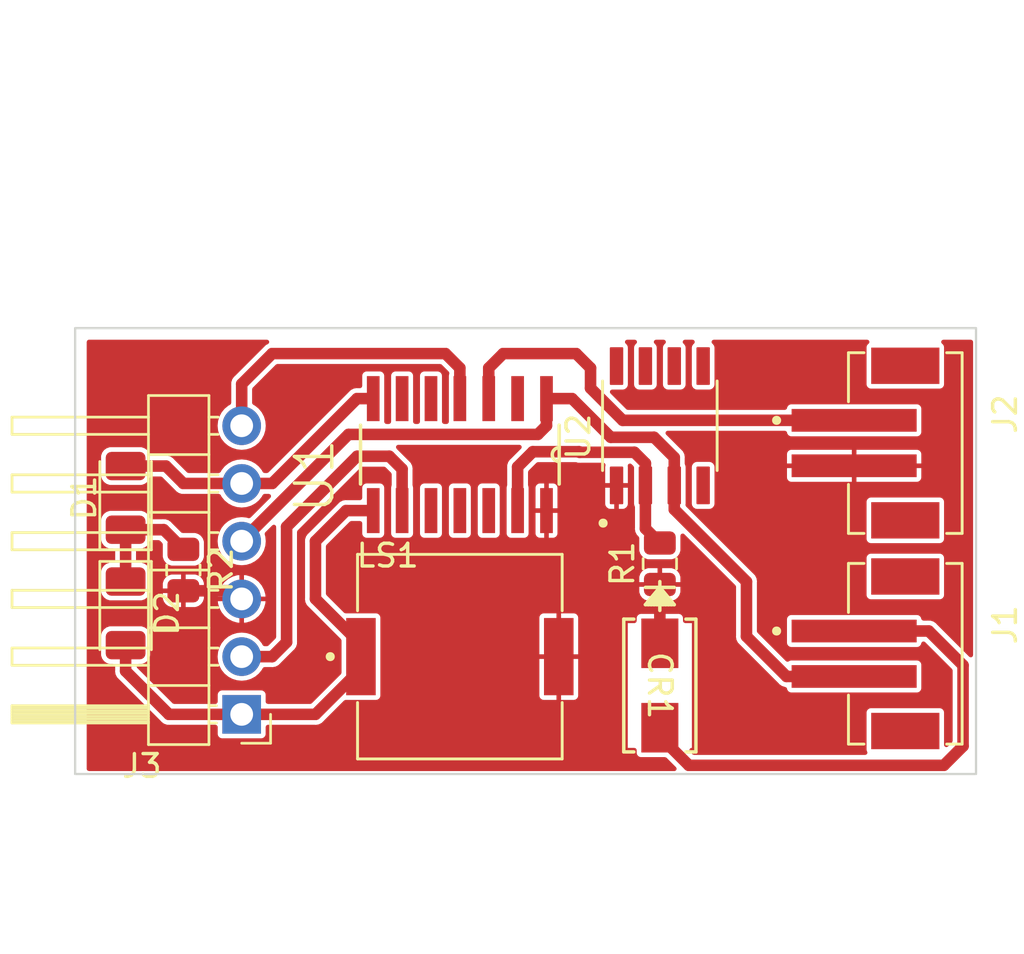
<source format=kicad_pcb>
(kicad_pcb (version 20221018) (generator pcbnew)
  (layers (0 "F.Cu" signal) (31 "B.Cu" signal) (34 "B.Paste" user) (35 "F.Paste" user) (36 "B.SilkS" user "B.Silkscreen") (37 "F.SilkS" user "F.Silkscreen") (38 "B.Mask" user) (39 "F.Mask" user) (44 "Edge.Cuts" user))
  (net 0 "")
  (net 1 "GND")
  (net 2 "/VCC")
  (net 3 "/M1")
  (net 4 "/MISO")
  (net 5 "/SCK")
  (net 6 "/MOSI")
  (net 7 "/RST")
  (net 9 "/LED1")
  (net 10 "/LED2")
  (net 14 "/AMB")
  (net 15 "Net-(CR1-Pad2)")
  (net 16 "Net-(D1-K)")
  (footprint "LED_SMD:LED_1206_3216Metric" (layer "F.Cu") (at 143.2 93.84 90)
    (fp_text reference "D1" (at 0 -1.82 90) (layer "F.SilkS"))
    (fp_text value "LED")
    (fp_line (start -2.285 -1.135) (end -2.285 1.135) (stroke (width 0.12)) (layer "F.SilkS"))
    (fp_line (start -2.285 1.135) (end 1.6 1.135) (stroke (width 0.12)) (layer "F.SilkS"))
    (fp_line (start 1.6 -1.135) (end -2.285 -1.135) (stroke (width 0.12)) (layer "F.SilkS"))
    (pad "1" smd roundrect (at -1.4 0 90) (size 1.25 1.75) (layers "F.Cu" "F.Paste" "F.Mask") (roundrect_rratio 0.2) (net 16 "Net-(D1-K)"))
    (pad "2" smd roundrect (at 1.4 0 90) (size 1.25 1.75) (layers "F.Cu" "F.Paste" "F.Mask") (roundrect_rratio 0.2) (net 6 "/MOSI"))
  )
  (footprint "Library:SOIC127P599X175-8N" (layer "F.Cu") (at 166.695 90.665 90)
    (fp_text reference "U2" (at -0.48 -3.582 90) (layer "F.SilkS"))
    (fp_text value "MLX75305KXD-AAA-000-RE")
    (fp_line (start -1.97 -2.52) (end 1.97 -2.52) (stroke (width 0.127)) (layer "F.SilkS"))
    (fp_line (start -1.97 2.52) (end 1.97 2.52) (stroke (width 0.127)) (layer "F.SilkS"))
    (fp_circle (center -4.285 -2.495) (end -4.185 -2.495) (stroke (width 0.2)) (fill none) (layer "F.SilkS"))
    (pad "1" smd roundrect (at -2.625 -1.905 90) (size 1.66 0.59) (layers "F.Cu" "F.Paste" "F.Mask") (roundrect_rratio 0.07) (net 1 "GND"))
    (pad "2" smd roundrect (at -2.625 -0.635 90) (size 1.66 0.59) (layers "F.Cu" "F.Paste" "F.Mask") (roundrect_rratio 0.07) (net 14 "/AMB"))
    (pad "3" smd roundrect (at -2.625 0.635 90) (size 1.66 0.59) (layers "F.Cu" "F.Paste" "F.Mask") (roundrect_rratio 0.07) (net 2 "/VCC"))
    (pad "4" smd roundrect (at -2.625 1.905 90) (size 1.66 0.59) (layers "F.Cu" "F.Paste" "F.Mask") (roundrect_rratio 0.07))
    (pad "5" smd roundrect (at 2.625 1.905 90) (size 1.66 0.59) (layers "F.Cu" "F.Paste" "F.Mask") (roundrect_rratio 0.07))
    (pad "6" smd roundrect (at 2.625 0.635 90) (size 1.66 0.59) (layers "F.Cu" "F.Paste" "F.Mask") (roundrect_rratio 0.07))
    (pad "7" smd roundrect (at 2.625 -0.635 90) (size 1.66 0.59) (layers "F.Cu" "F.Paste" "F.Mask") (roundrect_rratio 0.07))
    (pad "8" smd roundrect (at 2.625 -1.905 90) (size 1.66 0.59) (layers "F.Cu" "F.Paste" "F.Mask") (roundrect_rratio 0.07))
  )
  (footprint "LED_SMD:LED_1206_3216Metric" (layer "F.Cu") (at 143.2 98.92 -90)
    (fp_text reference "D2" (at 0 -1.82 90) (layer "F.SilkS"))
    (fp_text value "LED")
    (fp_line (start -2.285 -1.135) (end -2.285 1.135) (stroke (width 0.12)) (layer "F.SilkS"))
    (fp_line (start -2.285 1.135) (end 1.6 1.135) (stroke (width 0.12)) (layer "F.SilkS"))
    (fp_line (start 1.6 -1.135) (end -2.285 -1.135) (stroke (width 0.12)) (layer "F.SilkS"))
    (pad "1" smd roundrect (at -1.4 0 270) (size 1.25 1.75) (layers "F.Cu" "F.Paste" "F.Mask") (roundrect_rratio 0.2) (net 16 "Net-(D1-K)"))
    (pad "2" smd roundrect (at 1.4 0 270) (size 1.25 1.75) (layers "F.Cu" "F.Paste" "F.Mask") (roundrect_rratio 0.2) (net 4 "/MISO"))
  )
  (footprint "Connector_PinHeader_2.54mm:PinHeader_1x06_P2.54mm_Horizontal" (layer "F.Cu") (at 148.305 103.365 180)
    (fp_text reference "J3" (at 4.385 -2.27) (layer "F.SilkS"))
    (fp_text value "Conn_01x06_Pin")
    (fp_line (start -1.27 -1.27) (end 0 -1.27) (stroke (width 0.12)) (layer "F.SilkS"))
    (fp_line (start -1.27 0) (end -1.27 -1.27) (stroke (width 0.12)) (layer "F.SilkS"))
    (fp_line (start 1.042929 2.16) (end 1.44 2.16) (stroke (width 0.12)) (layer "F.SilkS"))
    (fp_line (start 1.042929 2.92) (end 1.44 2.92) (stroke (width 0.12)) (layer "F.SilkS"))
    (fp_line (start 1.042929 4.7) (end 1.44 4.7) (stroke (width 0.12)) (layer "F.SilkS"))
    (fp_line (start 1.042929 5.46) (end 1.44 5.46) (stroke (width 0.12)) (layer "F.SilkS"))
    (fp_line (start 1.042929 7.24) (end 1.44 7.24) (stroke (width 0.12)) (layer "F.SilkS"))
    (fp_line (start 1.042929 8) (end 1.44 8) (stroke (width 0.12)) (layer "F.SilkS"))
    (fp_line (start 1.042929 9.78) (end 1.44 9.78) (stroke (width 0.12)) (layer "F.SilkS"))
    (fp_line (start 1.042929 10.54) (end 1.44 10.54) (stroke (width 0.12)) (layer "F.SilkS"))
    (fp_line (start 1.042929 12.32) (end 1.44 12.32) (stroke (width 0.12)) (layer "F.SilkS"))
    (fp_line (start 1.042929 13.08) (end 1.44 13.08) (stroke (width 0.12)) (layer "F.SilkS"))
    (fp_line (start 1.11 -0.38) (end 1.44 -0.38) (stroke (width 0.12)) (layer "F.SilkS"))
    (fp_line (start 1.11 0.38) (end 1.44 0.38) (stroke (width 0.12)) (layer "F.SilkS"))
    (fp_line (start 1.44 -1.33) (end 1.44 14.03) (stroke (width 0.12)) (layer "F.SilkS"))
    (fp_line (start 1.44 1.27) (end 4.1 1.27) (stroke (width 0.12)) (layer "F.SilkS"))
    (fp_line (start 1.44 3.81) (end 4.1 3.81) (stroke (width 0.12)) (layer "F.SilkS"))
    (fp_line (start 1.44 6.35) (end 4.1 6.35) (stroke (width 0.12)) (layer "F.SilkS"))
    (fp_line (start 1.44 8.89) (end 4.1 8.89) (stroke (width 0.12)) (layer "F.SilkS"))
    (fp_line (start 1.44 11.43) (end 4.1 11.43) (stroke (width 0.12)) (layer "F.SilkS"))
    (fp_line (start 1.44 14.03) (end 4.1 14.03) (stroke (width 0.12)) (layer "F.SilkS"))
    (fp_line (start 4.1 -1.33) (end 1.44 -1.33) (stroke (width 0.12)) (layer "F.SilkS"))
    (fp_line (start 4.1 -0.38) (end 10.1 -0.38) (stroke (width 0.12)) (layer "F.SilkS"))
    (fp_line (start 4.1 -0.32) (end 10.1 -0.32) (stroke (width 0.12)) (layer "F.SilkS"))
    (fp_line (start 4.1 -0.2) (end 10.1 -0.2) (stroke (width 0.12)) (layer "F.SilkS"))
    (fp_line (start 4.1 -0.08) (end 10.1 -0.08) (stroke (width 0.12)) (layer "F.SilkS"))
    (fp_line (start 4.1 0.04) (end 10.1 0.04) (stroke (width 0.12)) (layer "F.SilkS"))
    (fp_line (start 4.1 0.16) (end 10.1 0.16) (stroke (width 0.12)) (layer "F.SilkS"))
    (fp_line (start 4.1 0.28) (end 10.1 0.28) (stroke (width 0.12)) (layer "F.SilkS"))
    (fp_line (start 4.1 2.16) (end 10.1 2.16) (stroke (width 0.12)) (layer "F.SilkS"))
    (fp_line (start 4.1 4.7) (end 10.1 4.7) (stroke (width 0.12)) (layer "F.SilkS"))
    (fp_line (start 4.1 7.24) (end 10.1 7.24) (stroke (width 0.12)) (layer "F.SilkS"))
    (fp_line (start 4.1 9.78) (end 10.1 9.78) (stroke (width 0.12)) (layer "F.SilkS"))
    (fp_line (start 4.1 12.32) (end 10.1 12.32) (stroke (width 0.12)) (layer "F.SilkS"))
    (fp_line (start 4.1 14.03) (end 4.1 -1.33) (stroke (width 0.12)) (layer "F.SilkS"))
    (fp_line (start 10.1 -0.38) (end 10.1 0.38) (stroke (width 0.12)) (layer "F.SilkS"))
    (fp_line (start 10.1 0.38) (end 4.1 0.38) (stroke (width 0.12)) (layer "F.SilkS"))
    (fp_line (start 10.1 2.16) (end 10.1 2.92) (stroke (width 0.12)) (layer "F.SilkS"))
    (fp_line (start 10.1 2.92) (end 4.1 2.92) (stroke (width 0.12)) (layer "F.SilkS"))
    (fp_line (start 10.1 4.7) (end 10.1 5.46) (stroke (width 0.12)) (layer "F.SilkS"))
    (fp_line (start 10.1 5.46) (end 4.1 5.46) (stroke (width 0.12)) (layer "F.SilkS"))
    (fp_line (start 10.1 7.24) (end 10.1 8) (stroke (width 0.12)) (layer "F.SilkS"))
    (fp_line (start 10.1 8) (end 4.1 8) (stroke (width 0.12)) (layer "F.SilkS"))
    (fp_line (start 10.1 9.78) (end 10.1 10.54) (stroke (width 0.12)) (layer "F.SilkS"))
    (fp_line (start 10.1 10.54) (end 4.1 10.54) (stroke (width 0.12)) (layer "F.SilkS"))
    (fp_line (start 10.1 12.32) (end 10.1 13.08) (stroke (width 0.12)) (layer "F.SilkS"))
    (fp_line (start 10.1 13.08) (end 4.1 13.08) (stroke (width 0.12)) (layer "F.SilkS"))
    (pad "1" thru_hole rect (at 0 0 180) (size 1.7 1.7) (drill 1) (layers "*.Cu" "*.Mask") (net 4 "/MISO"))
    (pad "2" thru_hole oval (at 0 2.54 180) (size 1.7 1.7) (drill 1) (layers "*.Cu" "*.Mask") (net 5 "/SCK"))
    (pad "3" thru_hole oval (at 0 5.08 180) (size 1.7 1.7) (drill 1) (layers "*.Cu" "*.Mask") (net 1 "GND"))
    (pad "4" thru_hole oval (at 0 7.62 180) (size 1.7 1.7) (drill 1) (layers "*.Cu" "*.Mask") (net 2 "/VCC"))
    (pad "5" thru_hole oval (at 0 10.16 180) (size 1.7 1.7) (drill 1) (layers "*.Cu" "*.Mask") (net 6 "/MOSI"))
    (pad "6" thru_hole oval (at 0 12.7 180) (size 1.7 1.7) (drill 1) (layers "*.Cu" "*.Mask") (net 7 "/RST"))
  )
  (footprint "Library:JST_B2B-PH-SM4-TB" (layer "F.Cu") (at 177.49 100.698 -90)
    (fp_text reference "J1" (at -1.275 -4.385 90) (layer "F.SilkS"))
    (fp_text value "B2B-PH-SM4-TB")
    (fp_line (start -3.975 -2.5) (end 3.975 -2.5) (stroke (width 0.127)) (layer "F.SilkS"))
    (fp_line (start -3.975 -1.82) (end -3.975 -2.5) (stroke (width 0.127)) (layer "F.SilkS"))
    (fp_line (start -3.975 2.5) (end -3.975 1.82) (stroke (width 0.127)) (layer "F.SilkS"))
    (fp_line (start -1.82 2.5) (end -3.975 2.5) (stroke (width 0.127)) (layer "F.SilkS"))
    (fp_line (start 3.975 -2.5) (end 3.975 -1.82) (stroke (width 0.127)) (layer "F.SilkS"))
    (fp_line (start 3.975 2.5) (end 1.82 2.5) (stroke (width 0.127)) (layer "F.SilkS"))
    (fp_line (start 3.975 2.5) (end 3.975 1.82) (stroke (width 0.127)) (layer "F.SilkS"))
    (fp_circle (center -1 5.66) (end -0.9 5.66) (stroke (width 0.2)) (fill none) (layer "F.SilkS"))
    (pad "1" smd rect (at -1 2.25 270) (size 1 5.5) (layers "F.Cu" "F.Paste" "F.Mask") (net 15 "Net-(CR1-Pad2)"))
    (pad "2" smd rect (at 1 2.25 270) (size 1 5.5) (layers "F.Cu" "F.Paste" "F.Mask") (net 2 "/VCC"))
    (pad "S1" smd rect (at -3.4 0 270) (size 1.6 3) (layers "F.Cu" "F.Paste" "F.Mask"))
    (pad "S2" smd rect (at 3.4 0 270) (size 1.6 3) (layers "F.Cu" "F.Paste" "F.Mask"))
  )
  (footprint "Library:SOIC127P600X175-14N" (layer "F.Cu") (at 157.9 91.935 -90)
    (fp_text reference "U1" (at 0.941555 6.387375 90) (layer "F.SilkS") (effects (font (size 1.643079 1.643079))))
    (fp_text value "ATTINY84A-SSUR")
    (fp_line (start -1.2954 4.3688) (end 1.2954 4.3688) (stroke (width 0.1524)) (layer "F.SilkS"))
    (fp_line (start -0.3048 -4.3688) (end -1.2954 -4.3688) (stroke (width 0.1524)) (layer "F.SilkS"))
    (fp_line (start 0.3048 -4.3688) (end -0.3048 -4.3688) (stroke (width 0.1524)) (layer "F.SilkS"))
    (fp_line (start 1.2954 -4.3688) (end 0.3048 -4.3688) (stroke (width 0.1524)) (layer "F.SilkS"))
    (fp_arc (start 0.3048 -4.3688) (mid 0 -4.064) (end -0.3048 -4.3688) (stroke (width 0.1524)) (layer "F.SilkS"))
    (pad "1" smd rect (at -2.4638 -3.81 270) (size 1.9812 0.5588) (layers "F.Cu" "F.Paste" "F.Mask") (net 2 "/VCC"))
    (pad "2" smd rect (at -2.4638 -2.54 270) (size 1.9812 0.5588) (layers "F.Cu" "F.Paste" "F.Mask"))
    (pad "3" smd rect (at -2.4638 -1.27 270) (size 1.9812 0.5588) (layers "F.Cu" "F.Paste" "F.Mask") (net 3 "/M1"))
    (pad "4" smd rect (at -2.4638 0 270) (size 1.9812 0.5588) (layers "F.Cu" "F.Paste" "F.Mask") (net 7 "/RST"))
    (pad "5" smd rect (at -2.4638 1.27 270) (size 1.9812 0.5588) (layers "F.Cu" "F.Paste" "F.Mask") (net 9 "/LED1"))
    (pad "6" smd rect (at -2.4638 2.54 270) (size 1.9812 0.5588) (layers "F.Cu" "F.Paste" "F.Mask") (net 10 "/LED2"))
    (pad "7" smd rect (at -2.4638 3.81 270) (size 1.9812 0.5588) (layers "F.Cu" "F.Paste" "F.Mask") (net 6 "/MOSI"))
    (pad "8" smd rect (at 2.4638 3.81 270) (size 1.9812 0.5588) (layers "F.Cu" "F.Paste" "F.Mask") (net 4 "/MISO"))
    (pad "9" smd rect (at 2.4638 2.54 270) (size 1.9812 0.5588) (layers "F.Cu" "F.Paste" "F.Mask") (net 5 "/SCK"))
    (pad "10" smd rect (at 2.4638 1.27 270) (size 1.9812 0.5588) (layers "F.Cu" "F.Paste" "F.Mask"))
    (pad "11" smd rect (at 2.4638 0 270) (size 1.9812 0.5588) (layers "F.Cu" "F.Paste" "F.Mask"))
    (pad "12" smd rect (at 2.4638 -1.27 270) (size 1.9812 0.5588) (layers "F.Cu" "F.Paste" "F.Mask"))
    (pad "13" smd rect (at 2.4638 -2.54 270) (size 1.9812 0.5588) (layers "F.Cu" "F.Paste" "F.Mask") (net 14 "/AMB"))
    (pad "14" smd rect (at 2.4638 -3.81 270) (size 1.9812 0.5588) (layers "F.Cu" "F.Paste" "F.Mask") (net 1 "GND"))
  )
  (footprint "Resistor_SMD:R_0805_2012Metric" (layer "F.Cu") (at 145.74 97.015 -90)
    (fp_text reference "R2" (at 0 -1.65 90) (layer "F.SilkS"))
    (fp_text value "R")
    (fp_line (start -0.227064 -0.735) (end 0.227064 -0.735) (stroke (width 0.12)) (layer "F.SilkS"))
    (fp_line (start -0.227064 0.735) (end 0.227064 0.735) (stroke (width 0.12)) (layer "F.SilkS"))
    (pad "1" smd roundrect (at -0.9125 0 270) (size 1.025 1.4) (layers "F.Cu" "F.Paste" "F.Mask") (roundrect_rratio 0.243902) (net 16 "Net-(D1-K)"))
    (pad "2" smd roundrect (at 0.9125 0 270) (size 1.025 1.4) (layers "F.Cu" "F.Paste" "F.Mask") (roundrect_rratio 0.243902) (net 1 "GND"))
  )
  (footprint "Library:SPKR_PKMCS0909E4000-R1" (layer "F.Cu") (at 157.9 100.825)
    (fp_text reference "LS1" (at -3.175 -4.445) (layer "F.SilkS"))
    (fp_text value "PKMCS0909E4000-R1")
    (fp_line (start -4.5 -4.5) (end 4.5 -4.5) (stroke (width 0.127)) (layer "F.SilkS"))
    (fp_line (start -4.5 -2.02) (end -4.5 -4.5) (stroke (width 0.127)) (layer "F.SilkS"))
    (fp_line (start -4.5 4.5) (end -4.5 2.02) (stroke (width 0.127)) (layer "F.SilkS"))
    (fp_line (start 4.5 -4.5) (end 4.5 -2.02) (stroke (width 0.127)) (layer "F.SilkS"))
    (fp_line (start 4.5 2.02) (end 4.5 4.5) (stroke (width 0.127)) (layer "F.SilkS"))
    (fp_line (start 4.5 4.5) (end -4.5 4.5) (stroke (width 0.127)) (layer "F.SilkS"))
    (fp_circle (center -5.7 0) (end -5.6 0) (stroke (width 0.2)) (fill none) (layer "F.SilkS"))
    (pad "1" smd rect (at -4.35 0) (size 1.3 3.4) (layers "F.Cu" "F.Paste" "F.Mask") (net 4 "/MISO"))
    (pad "2" smd rect (at 4.35 0) (size 1.3 3.4) (layers "F.Cu" "F.Paste" "F.Mask") (net 1 "GND"))
  )
  (footprint "Library:SMA_DIO" (layer "F.Cu") (at 166.695 102.095 -90)
    (fp_text reference "CR1" (at 0 0 -90 unlocked) (layer "F.SilkS"))
    (fp_text value "S1A-13-F")
    (fp_line (start -4.319001 -0.635) (end -4.319001 0.635) (stroke (width 0.1524)) (layer "F.SilkS"))
    (fp_line (start -4.319001 0) (end -3.557001 -0.635) (stroke (width 0.1524)) (layer "F.SilkS"))
    (fp_line (start -4.319001 0) (end -3.557001 -0.508) (stroke (width 0.1524)) (layer "F.SilkS"))
    (fp_line (start -4.319001 0) (end -3.557001 -0.381) (stroke (width 0.1524)) (layer "F.SilkS"))
    (fp_line (start -4.319001 0) (end -3.557001 -0.254) (stroke (width 0.1524)) (layer "F.SilkS"))
    (fp_line (start -4.319001 0) (end -3.557001 -0.127) (stroke (width 0.1524)) (layer "F.SilkS"))
    (fp_line (start -4.319001 0) (end -3.557001 0.127) (stroke (width 0.1524)) (layer "F.SilkS"))
    (fp_line (start -4.319001 0) (end -3.557001 0.254) (stroke (width 0.1524)) (layer "F.SilkS"))
    (fp_line (start -4.319001 0) (end -3.557001 0.381) (stroke (width 0.1524)) (layer "F.SilkS"))
    (fp_line (start -4.319001 0) (end -3.557001 0.508) (stroke (width 0.1524)) (layer "F.SilkS"))
    (fp_line (start -4.319001 0) (end -3.557001 0.635) (stroke (width 0.1524)) (layer "F.SilkS"))
    (fp_line (start -3.557001 -0.635) (end -3.557001 0.635) (stroke (width 0.1524)) (layer "F.SilkS"))
    (fp_line (start -3.303001 0) (end -4.573001 0) (stroke (width 0.1524)) (layer "F.SilkS"))
    (fp_line (start -2.922001 -1.587) (end -2.922001 -1.14774) (stroke (width 0.1524)) (layer "F.SilkS"))
    (fp_line (start -2.922001 1.14774) (end -2.922001 1.587) (stroke (width 0.1524)) (layer "F.SilkS"))
    (fp_line (start -2.922001 1.587) (end 2.922001 1.587) (stroke (width 0.1524)) (layer "F.SilkS"))
    (fp_line (start 2.922001 -1.587) (end -2.922001 -1.587) (stroke (width 0.1524)) (layer "F.SilkS"))
    (fp_line (start 2.922001 -1.14774) (end 2.922001 -1.587) (stroke (width 0.1524)) (layer "F.SilkS"))
    (fp_line (start 2.922001 1.587) (end 2.922001 1.14774) (stroke (width 0.1524)) (layer "F.SilkS"))
    (pad "1" smd rect (at -1.8572 0) (size 1.63 2.1804) (layers "F.Cu" "F.Paste" "F.Mask") (net 1 "GND"))
    (pad "2" smd rect (at 1.8572 0) (size 1.63 2.1804) (layers "F.Cu" "F.Paste" "F.Mask") (net 15 "Net-(CR1-Pad2)"))
    (zone (net 0) (net_name "") (layer "F.Cu") (connect_pads (clearance 0)) (min_thickness 0.254)
      (keepout (tracks not_allowed) (vias not_allowed) (pads allowed) (copperpour not_allowed) (footprints allowed))
      (fill (thermal_gap 0.508) (thermal_bridge_width 0.508))
      (polygon (pts (xy 165.8292 99.3508) (xy 165.8292 104.8392) (xy 165.285801 104.8392) (xy 165.285801 99.3508)))
    )
    (zone (net 0) (net_name "") (layer "F.Cu") (connect_pads (clearance 0)) (min_thickness 0.254)
      (keepout (tracks not_allowed) (vias not_allowed) (pads allowed) (copperpour not_allowed) (footprints allowed))
      (fill (thermal_gap 0.508) (thermal_bridge_width 0.508))
      (polygon (pts (xy 167.5608 101.3788) (xy 167.5608 102.8112) (xy 165.8292 102.8112) (xy 165.8292 101.3788)))
    )
    (zone (net 0) (net_name "") (layer "F.Cu") (connect_pads (clearance 0)) (min_thickness 0.254)
      (keepout (tracks not_allowed) (vias not_allowed) (pads allowed) (copperpour not_allowed) (footprints allowed))
      (fill (thermal_gap 0.508) (thermal_bridge_width 0.508))
      (polygon (pts (xy 168.104199 99.3508) (xy 168.104199 104.8392) (xy 167.5608 104.8392) (xy 167.5608 99.3508)))
    )
  )
  (footprint "Library:JST_B2B-PH-SM4-TB" (layer "F.Cu") (at 177.49 91.427 -90)
    (fp_text reference "J2" (at -1.275 -4.385 90) (layer "F.SilkS"))
    (fp_text value "B2B-PH-SM4-TB")
    (fp_line (start -3.975 -2.5) (end 3.975 -2.5) (stroke (width 0.127)) (layer "F.SilkS"))
    (fp_line (start -3.975 -1.82) (end -3.975 -2.5) (stroke (width 0.127)) (layer "F.SilkS"))
    (fp_line (start -3.975 2.5) (end -3.975 1.82) (stroke (width 0.127)) (layer "F.SilkS"))
    (fp_line (start -1.82 2.5) (end -3.975 2.5) (stroke (width 0.127)) (layer "F.SilkS"))
    (fp_line (start 3.975 -2.5) (end 3.975 -1.82) (stroke (width 0.127)) (layer "F.SilkS"))
    (fp_line (start 3.975 2.5) (end 1.82 2.5) (stroke (width 0.127)) (layer "F.SilkS"))
    (fp_line (start 3.975 2.5) (end 3.975 1.82) (stroke (width 0.127)) (layer "F.SilkS"))
    (fp_circle (center -1 5.66) (end -0.9 5.66) (stroke (width 0.2)) (fill none) (layer "F.SilkS"))
    (pad "1" smd rect (at -1 2.25 270) (size 1 5.5) (layers "F.Cu" "F.Paste" "F.Mask") (net 3 "/M1"))
    (pad "2" smd rect (at 1 2.25 270) (size 1 5.5) (layers "F.Cu" "F.Paste" "F.Mask") (net 1 "GND"))
    (pad "S1" smd rect (at -3.4 0 270) (size 1.6 3) (layers "F.Cu" "F.Paste" "F.Mask"))
    (pad "S2" smd rect (at 3.4 0 270) (size 1.6 3) (layers "F.Cu" "F.Paste" "F.Mask"))
  )
  (footprint "Resistor_SMD:R_0805_2012Metric" (layer "F.Cu") (at 166.695 96.7375 90)
    (fp_text reference "R1" (at 0 -1.65 90) (layer "F.SilkS"))
    (fp_text value "R")
    (fp_line (start -0.227064 -0.735) (end 0.227064 -0.735) (stroke (width 0.12)) (layer "F.SilkS"))
    (fp_line (start -0.227064 0.735) (end 0.227064 0.735) (stroke (width 0.12)) (layer "F.SilkS"))
    (pad "1" smd roundrect (at -0.9125 0 90) (size 1.025 1.4) (layers "F.Cu" "F.Paste" "F.Mask") (roundrect_rratio 0.243902) (net 1 "GND"))
    (pad "2" smd roundrect (at 0.9125 0 90) (size 1.025 1.4) (layers "F.Cu" "F.Paste" "F.Mask") (roundrect_rratio 0.243902) (net 14 "/AMB"))
  )
  (gr_rect (start 140.98 86.37) (end 180.6 105.99) (stroke (width 0.1)) (fill none) (layer "Edge.Cuts"))
  (segment (start 145.74 97.9275) (end 147.9475 97.9275) (width 0.508) (layer "F.Cu") (net 1))
  (segment (start 166.695 97.65) (end 166.695 100.2378) (width 0.508) (layer "F.Cu") (net 1))
  (segment (start 147.9475 97.9275) (end 148.305 98.285) (width 0.508) (layer "F.Cu") (net 1))
  (segment (start 167.33 93.29) (end 167.33 94.348) (width 0.508) (layer "F.Cu") (net 2))
  (segment (start 161.329 91.046) (end 161.71 90.665) (width 0.508) (layer "F.Cu") (net 2))
  (segment (start 162.8342 89.4712) (end 164.536 91.173) (width 0.508) (layer "F.Cu") (net 2))
  (segment (start 167.33 92.062) (end 167.33 93.29) (width 0.508) (layer "F.Cu") (net 2))
  (segment (start 164.536 91.173) (end 166.441 91.173) (width 0.508) (layer "F.Cu") (net 2))
  (segment (start 166.441 91.173) (end 167.33 92.062) (width 0.508) (layer "F.Cu") (net 2))
  (segment (start 161.71 89.4712) (end 162.8342 89.4712) (width 0.508) (layer "F.Cu") (net 2))
  (segment (start 161.71 90.665) (end 161.71 89.4712) (width 0.508) (layer "F.Cu") (net 2))
  (segment (start 170.505 99.936) (end 172.267 101.698) (width 0.508) (layer "F.Cu") (net 2))
  (segment (start 153.004 91.046) (end 161.329 91.046) (width 0.508) (layer "F.Cu") (net 2))
  (segment (start 148.305 95.745) (end 153.004 91.046) (width 0.508) (layer "F.Cu") (net 2))
  (segment (start 170.505 97.523) (end 170.505 99.936) (width 0.508) (layer "F.Cu") (net 2))
  (segment (start 167.33 94.348) (end 170.505 97.523) (width 0.508) (layer "F.Cu") (net 2))
  (segment (start 172.267 101.698) (end 175.24 101.698) (width 0.508) (layer "F.Cu") (net 2))
  (segment (start 165.06 90.427) (end 175.24 90.427) (width 0.508) (layer "F.Cu") (net 3))
  (segment (start 163.647 88.125) (end 163.647 89.014) (width 0.508) (layer "F.Cu") (net 3))
  (segment (start 159.17 89.4712) (end 159.17 88.125) (width 0.508) (layer "F.Cu") (net 3))
  (segment (start 163.012 87.49) (end 163.647 88.125) (width 0.508) (layer "F.Cu") (net 3))
  (segment (start 159.805 87.49) (end 163.012 87.49) (width 0.508) (layer "F.Cu") (net 3))
  (segment (start 163.647 89.014) (end 165.06 90.427) (width 0.508) (layer "F.Cu") (net 3))
  (segment (start 159.17 88.125) (end 159.805 87.49) (width 0.508) (layer "F.Cu") (net 3))
  (segment (start 151.55 103.365) (end 153.55 101.365) (width 0.508) (layer "F.Cu") (net 4))
  (segment (start 153.55 100.285) (end 151.55 98.285) (width 0.508) (layer "F.Cu") (net 4))
  (segment (start 148.305 103.365) (end 151.55 103.365) (width 0.508) (layer "F.Cu") (net 4))
  (segment (start 153.55 100.825) (end 153.55 100.285) (width 0.508) (layer "F.Cu") (net 4))
  (segment (start 143.2 100.32) (end 143.2 101.46) (width 0.508) (layer "F.Cu") (net 4))
  (segment (start 145.105 103.365) (end 148.305 103.365) (width 0.508) (layer "F.Cu") (net 4))
  (segment (start 152.8962 94.3988) (end 154.09 94.3988) (width 0.508) (layer "F.Cu") (net 4))
  (segment (start 151.55 98.285) (end 151.55 95.745) (width 0.508) (layer "F.Cu") (net 4))
  (segment (start 153.55 101.365) (end 153.55 100.825) (width 0.508) (layer "F.Cu") (net 4))
  (segment (start 143.2 101.46) (end 145.105 103.365) (width 0.508) (layer "F.Cu") (net 4))
  (segment (start 151.55 95.745) (end 152.8962 94.3988) (width 0.508) (layer "F.Cu") (net 4))
  (segment (start 149.645 100.825) (end 150.28 100.19) (width 0.508) (layer "F.Cu") (net 5))
  (segment (start 150.28 100.19) (end 150.28 95.11) (width 0.508) (layer "F.Cu") (net 5))
  (segment (start 155.36 92.57) (end 155.36 94.3988) (width 0.508) (layer "F.Cu") (net 5))
  (segment (start 150.28 95.11) (end 153.382 92.008) (width 0.508) (layer "F.Cu") (net 5))
  (segment (start 153.382 92.008) (end 154.798 92.008) (width 0.508) (layer "F.Cu") (net 5))
  (segment (start 154.798 92.008) (end 155.36 92.57) (width 0.508) (layer "F.Cu") (net 5))
  (segment (start 148.305 100.825) (end 149.645 100.825) (width 0.508) (layer "F.Cu") (net 5))
  (segment (start 144.975 92.44) (end 145.74 93.205) (width 0.508) (layer "F.Cu") (net 6))
  (segment (start 145.74 93.205) (end 148.305 93.205) (width 0.508) (layer "F.Cu") (net 6))
  (segment (start 149.645 93.205) (end 153.3788 89.4712) (width 0.508) (layer "F.Cu") (net 6))
  (segment (start 148.305 93.205) (end 149.645 93.205) (width 0.508) (layer "F.Cu") (net 6))
  (segment (start 143.2 92.44) (end 144.975 92.44) (width 0.508) (layer "F.Cu") (net 6))
  (segment (start 153.3788 89.4712) (end 154.09 89.4712) (width 0.508) (layer "F.Cu") (net 6))
  (segment (start 149.645 87.49) (end 157.265 87.49) (width 0.508) (layer "F.Cu") (net 7))
  (segment (start 148.305 90.665) (end 148.305 88.83) (width 0.508) (layer "F.Cu") (net 7))
  (segment (start 148.305 88.83) (end 149.645 87.49) (width 0.508) (layer "F.Cu") (net 7))
  (segment (start 157.265 87.49) (end 157.9 88.125) (width 0.508) (layer "F.Cu") (net 7))
  (segment (start 157.9 88.125) (end 157.9 89.4712) (width 0.508) (layer "F.Cu") (net 7))
  (segment (start 166.06 95.19) (end 166.695 95.825) (width 0.508) (layer "F.Cu") (net 14))
  (segment (start 163.139 91.808) (end 163.1644 91.8334) (width 0.508) (layer "F.Cu") (net 14))
  (segment (start 166.06 93.29) (end 166.06 95.19) (width 0.508) (layer "F.Cu") (net 14))
  (segment (start 160.44 92.475) (end 161.107 91.808) (width 0.508) (layer "F.Cu") (net 14))
  (segment (start 160.44 94.3988) (end 160.44 92.475) (width 0.508) (layer "F.Cu") (net 14))
  (segment (start 166.06 92.316) (end 166.06 93.29) (width 0.508) (layer "F.Cu") (net 14))
  (segment (start 161.107 91.808) (end 163.139 91.808) (width 0.508) (layer "F.Cu") (net 14))
  (segment (start 163.1644 91.8334) (end 165.5774 91.8334) (width 0.508) (layer "F.Cu") (net 14))
  (segment (start 165.5774 91.8334) (end 166.06 92.316) (width 0.508) (layer "F.Cu") (net 14))
  (segment (start 180.03 104.762) (end 180.03 101.206) (width 0.508) (layer "F.Cu") (net 15))
  (segment (start 166.695 103.9522) (end 166.695 104.33261) (width 0.508) (layer "F.Cu") (net 15))
  (segment (start 180.03 101.206) (end 178.522 99.698) (width 0.508) (layer "F.Cu") (net 15))
  (segment (start 166.695 104.33261) (end 167.97039 105.608) (width 0.508) (layer "F.Cu") (net 15))
  (segment (start 178.522 99.698) (end 175.24 99.698) (width 0.508) (layer "F.Cu") (net 15))
  (segment (start 179.184 105.608) (end 180.03 104.762) (width 0.508) (layer "F.Cu") (net 15))
  (segment (start 167.97039 105.608) (end 179.184 105.608) (width 0.508) (layer "F.Cu") (net 15))
  (segment (start 144.8775 95.24) (end 145.74 96.1025) (width 0.508) (layer "F.Cu") (net 16))
  (segment (start 143.2 95.24) (end 143.2 97.52) (width 0.508) (layer "F.Cu") (net 16))
  (segment (start 143.2 95.24) (end 144.8775 95.24) (width 0.508) (layer "F.Cu") (net 16))
  (zone (net 1) (net_name "GND") (layer "F.Cu") (connect_pads (clearance 0.2032)) (min_thickness 0.2032) (fill yes (thermal_gap 0.2032) (thermal_bridge_width 0.2032))
    (polygon (pts (xy 140.66 86.22) (xy 181.3 86.22) (xy 181.3 106.54) (xy 140.66 106.54)))
  )
)
</source>
